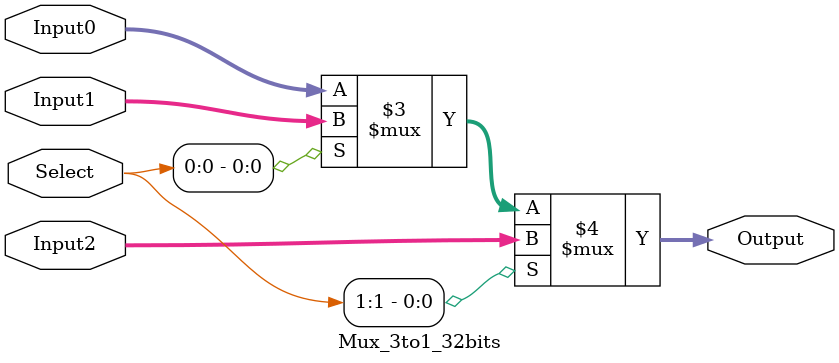
<source format=v>
`timescale 1ns / 1ps
module Mux_3to1_32bits(
    input [31:0] Input0,
    input [31:0] Input1,
    input [31:0] Input2,
    input [1:0] Select,
    output [31:0] Output
    );
    assign Output = ( Select[1] == 1'b1 ) ? ( Input2 ) : ((Select[0] == 1'b1)?Input1:Input0);
endmodule

</source>
